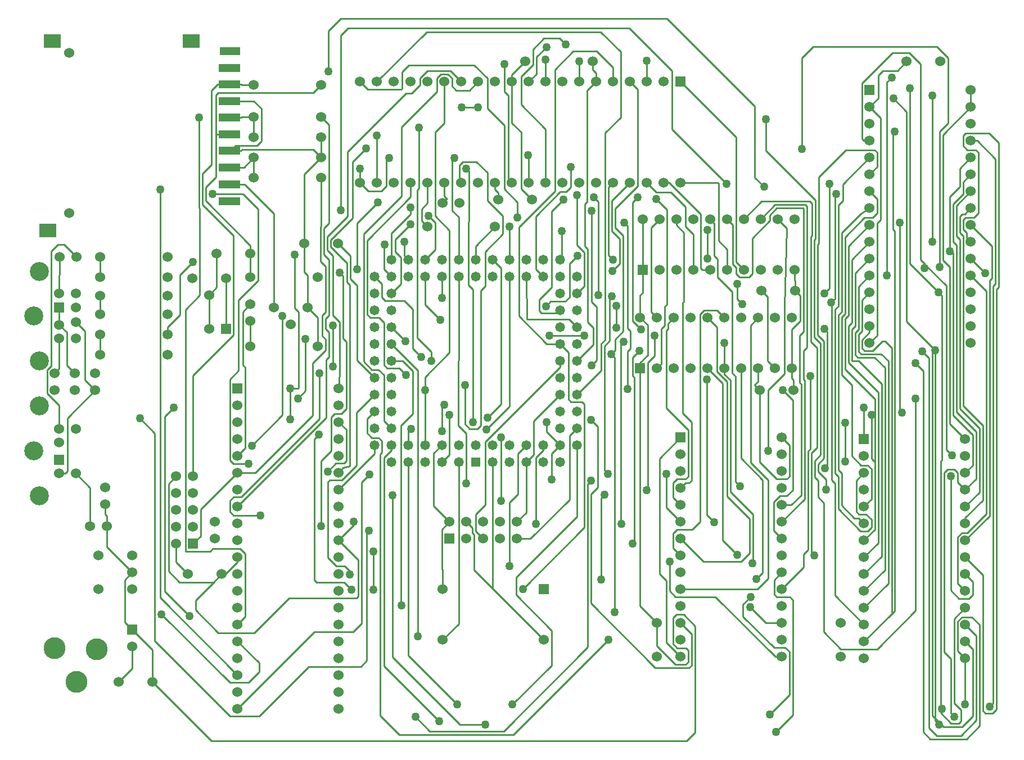
<source format=gtl>
%FSLAX25Y25*%
%MOIN*%
G70*
G01*
G75*
G04 Layer_Physical_Order=1*
G04 Layer_Color=255*
%ADD10R,0.13000X0.05000*%
%ADD11R,0.12000X0.05000*%
%ADD12R,0.10000X0.08000*%
%ADD13C,0.01000*%
%ADD14R,0.06000X0.06000*%
%ADD15C,0.06000*%
%ADD16R,0.05800X0.05800*%
%ADD17C,0.05800*%
%ADD18R,0.06000X0.06000*%
%ADD19C,0.11200*%
%ADD20C,0.13000*%
%ADD21C,0.05000*%
D10*
X135500Y335250D02*
D03*
Y354950D02*
D03*
Y364850D02*
D03*
Y374650D02*
D03*
Y345150D02*
D03*
Y384550D02*
D03*
Y394350D02*
D03*
Y404250D02*
D03*
Y325250D02*
D03*
D11*
X136000Y414050D02*
D03*
D12*
X113000Y420250D02*
D03*
X30500D02*
D03*
X28000Y307750D02*
D03*
D13*
X171500Y214200D02*
X176200D01*
X176500Y214500D01*
X353000Y396000D02*
Y401000D01*
X351000Y403000D02*
X353000Y401000D01*
X351000Y403000D02*
Y408000D01*
X295000Y326000D02*
Y330000D01*
X293000Y332000D02*
X295000Y330000D01*
X293000Y332000D02*
Y336000D01*
X123500Y249500D02*
Y269500D01*
X190000Y351000D02*
Y363000D01*
X471000Y272000D02*
Y277900D01*
X470429Y278471D02*
X471000Y277900D01*
X470429Y278471D02*
Y284500D01*
X470000Y213000D02*
Y219000D01*
X469000Y220000D02*
X470000Y219000D01*
X469000Y220000D02*
Y226000D01*
X135500Y394350D02*
X142500D01*
X142850Y394000D01*
X150000D01*
X148000Y280000D02*
Y294000D01*
X133500Y249500D02*
Y279500D01*
X148000Y239000D02*
Y254000D01*
X34600Y251900D02*
Y262100D01*
Y270400D02*
Y281000D01*
X35000Y281400D01*
Y292000D01*
X59000Y280000D02*
Y292000D01*
Y258000D02*
Y269000D01*
Y234000D02*
Y246000D01*
X150000Y363000D02*
Y375000D01*
X135500Y374650D02*
X142500D01*
X142850Y375000D01*
X150000D01*
Y339000D02*
Y351000D01*
X379000Y256000D02*
Y269500D01*
X380429Y270929D01*
Y284500D01*
Y314500D01*
X575000Y381000D02*
Y391000D01*
X63000Y132500D02*
Y138500D01*
X62000Y139500D02*
X63000Y138500D01*
X62000Y139500D02*
Y145500D01*
X135500Y384550D02*
X150000D01*
X154500Y380050D01*
Y360700D02*
Y380050D01*
X152000Y358200D02*
X154500Y360700D01*
X139050Y358200D02*
X152000D01*
X135500Y354950D02*
X135800D01*
X262000Y324000D02*
X264500Y326500D01*
X263000Y328000D02*
X264500Y326500D01*
X263000Y328000D02*
Y336000D01*
X143500Y259500D02*
X148000Y264000D01*
X143500Y227900D02*
Y259500D01*
Y227900D02*
X144800Y226600D01*
Y178748D02*
Y226600D01*
X140300Y174248D02*
X144800Y178748D01*
X262000Y65000D02*
X271500Y74500D01*
Y170500D01*
X261500Y130500D02*
X266000Y135000D01*
X261500Y107000D02*
Y130500D01*
Y107000D02*
X262000Y106500D01*
Y95000D02*
Y106500D01*
X44400Y163800D02*
X53000Y155200D01*
Y132500D02*
Y155200D01*
X50000Y219000D02*
X56000Y213000D01*
X50000Y219000D02*
Y248000D01*
X44500Y253500D02*
X50000Y248000D01*
X182000Y262000D02*
Y281000D01*
X180000Y283000D02*
X182000Y281000D01*
X180000Y283000D02*
Y300000D01*
X39100Y227900D02*
X44000Y223000D01*
X39100Y227900D02*
Y247400D01*
X34600Y251900D02*
X39100Y247400D01*
X135500Y335250D02*
X144600D01*
X162000Y317850D01*
Y262000D02*
Y317850D01*
X39500Y196500D02*
X56000Y213000D01*
X39500Y165000D02*
Y196500D01*
X38300Y163800D02*
X39500Y165000D01*
X34600Y163800D02*
X38300D01*
X403000Y336000D02*
X425000D01*
X425400Y335600D01*
Y301600D02*
Y335600D01*
Y301600D02*
X430429Y296571D01*
Y284500D02*
Y296571D01*
X63000Y120000D02*
X78000Y105000D01*
X63000Y120000D02*
Y132500D01*
X118500Y142448D02*
X140300Y164248D01*
X118500Y126500D02*
Y142448D01*
X114000Y122000D02*
X118500Y126500D01*
X256700Y144300D02*
X266000Y135000D01*
X256700Y144300D02*
Y175700D01*
X261500Y180500D01*
X515000Y247400D02*
Y251000D01*
X510500Y242900D02*
X515000Y247400D01*
X510500Y238000D02*
Y242900D01*
Y238000D02*
X512000Y236500D01*
X516864D01*
X522464Y242100D01*
X524100D01*
X528200Y238000D01*
X511700Y64016D02*
X528200Y80516D01*
X126200Y99200D02*
X131000Y104000D01*
X99500Y105700D02*
X106000Y99200D01*
X99500Y105700D02*
Y157500D01*
X104000Y162000D01*
X567200Y58516D02*
X571700Y54016D01*
X567200Y58516D02*
Y76000D01*
X569716Y78516D01*
X575684D01*
X580200Y74000D01*
Y14000D02*
Y74000D01*
X572452Y6252D02*
X580200Y14000D01*
X550829Y6252D02*
X572452D01*
X546800Y10281D02*
X550829Y6252D01*
X546800Y10281D02*
Y224500D01*
X542200Y229100D02*
X546800Y224500D01*
X276000Y135000D02*
X279500Y131500D01*
Y128500D02*
Y131500D01*
Y128500D02*
X280500Y127500D01*
Y106500D02*
Y127500D01*
X360300Y293000D02*
X363000Y290300D01*
X360300Y293000D02*
Y333300D01*
X363000Y336000D01*
X37600Y299400D02*
X45000Y292000D01*
X34000Y299400D02*
X37600D01*
X29900Y295300D02*
X34000Y299400D01*
X29900Y227559D02*
Y295300D01*
X27500Y225159D02*
X29900Y227559D01*
X27500Y211136D02*
Y225159D01*
Y211136D02*
X34600Y204036D01*
Y190200D02*
Y204036D01*
X249500Y313500D02*
X253000Y310000D01*
X249500Y313500D02*
Y320500D01*
X253000Y324000D01*
Y336000D01*
X362500Y283700D02*
X367000Y288200D01*
Y302800D01*
X362300Y307500D02*
X367000Y302800D01*
X362300Y307500D02*
Y325300D01*
X373000Y336000D01*
X435873Y289056D02*
X440429Y284500D01*
X435873Y289056D02*
Y363127D01*
X403000Y396000D02*
X435873Y363127D01*
X279800Y194200D02*
Y272800D01*
X277100Y275500D02*
X279800Y272800D01*
X277100Y275500D02*
Y312700D01*
X277500Y313100D01*
Y343000D01*
X276000Y344500D02*
X277500Y343000D01*
X213000Y336000D02*
Y344500D01*
X200300Y154248D02*
X221500Y175448D01*
Y180500D01*
X475000Y356200D02*
Y410000D01*
X481700Y416700D01*
X554800D01*
X561500Y410000D01*
Y371400D02*
Y410000D01*
X556500Y366400D02*
X561500Y371400D01*
X556500Y286000D02*
Y366400D01*
X572500Y303500D02*
X575000Y301000D01*
X572500Y303500D02*
Y306500D01*
X570500Y308500D02*
X572500Y306500D01*
X570500Y308500D02*
Y314000D01*
X572000Y315500D01*
X577000D01*
X579500Y318000D01*
Y354000D01*
X578000Y355500D02*
X579500Y354000D01*
X573000Y355500D02*
X578000D01*
X570500Y358000D02*
X573000Y355500D01*
X570500Y358000D02*
Y364000D01*
X572000Y365500D01*
X586000D01*
X591600Y359900D01*
Y274147D02*
Y359900D01*
X590200Y272747D02*
X591600Y274147D01*
X590200Y23700D02*
Y272747D01*
X588000Y21500D02*
X590200Y23700D01*
X583700Y21500D02*
X588000D01*
X582200Y23000D02*
X583700Y21500D01*
X582200Y23000D02*
Y103516D01*
X571700Y114016D02*
X582200Y103516D01*
X571700Y134016D02*
Y137300D01*
X582200Y147800D01*
Y192027D01*
X570500Y203727D02*
X582200Y192027D01*
X570500Y203727D02*
Y304500D01*
X568500Y306500D02*
X570500Y304500D01*
X568500Y306500D02*
Y316000D01*
X570000Y317500D01*
X571500D01*
X575000Y321000D01*
X571700Y144016D02*
X580200Y152516D01*
Y190316D01*
X568500Y202016D02*
X580200Y190316D01*
X568500Y202016D02*
Y302500D01*
X566500Y304500D02*
X568500Y302500D01*
X566500Y304500D02*
Y322500D01*
X575000Y331000D01*
X303000Y396000D02*
Y400000D01*
X311000Y408000D01*
X308500Y332500D02*
X315000Y326000D01*
X308500Y332500D02*
Y366000D01*
X303000Y371500D02*
X308500Y366000D01*
X303000Y371500D02*
Y396000D01*
X515000Y381000D02*
X521500Y374500D01*
Y314000D02*
Y374500D01*
X519500Y312000D02*
X521500Y314000D01*
X519500Y245500D02*
Y312000D01*
X515000Y241000D02*
X519500Y245500D01*
X471000Y272000D02*
X473900Y269100D01*
Y254000D02*
Y269100D01*
X469000Y249100D02*
X473900Y254000D01*
X469000Y226000D02*
Y249100D01*
X209300Y133248D02*
Y135000D01*
X200300Y124248D02*
X209300Y133248D01*
X379000Y85000D02*
Y226000D01*
Y85000D02*
X389000Y75000D01*
X200300Y124248D02*
X211964Y112584D01*
Y90800D02*
Y112584D01*
X210913Y89748D02*
X211964Y90800D01*
X170848Y89748D02*
X210913D01*
X150300Y69200D02*
X170848Y89748D01*
X128900Y69200D02*
X150300D01*
X115400Y82700D02*
X128900Y69200D01*
X115400Y82700D02*
Y88400D01*
X291500Y95500D02*
X322000Y65000D01*
X331500Y290500D02*
X332600Y291600D01*
Y307500D01*
X106300Y281400D02*
X114000Y289100D01*
X106300Y257800D02*
Y281400D01*
X99000Y250500D02*
X106300Y257800D01*
X99000Y246000D02*
Y250500D01*
X210800Y199800D02*
X221500Y210500D01*
X210800Y168384D02*
Y199800D01*
X202116Y159700D02*
X210800Y168384D01*
X195000Y159700D02*
X202116D01*
X193800Y158500D02*
X195000Y159700D01*
X193800Y113800D02*
Y158500D01*
Y113800D02*
X198852Y108748D01*
X203752D01*
X206800Y105700D01*
Y103700D02*
Y105700D01*
X281500Y298500D02*
X293000Y310000D01*
X281500Y290500D02*
Y298500D01*
X450000Y170500D02*
Y213000D01*
Y170500D02*
X460000Y160500D01*
X466000D01*
X467400Y161900D01*
Y180516D01*
X462900Y185016D02*
X467400Y180516D01*
X446850Y216150D02*
X450000Y213000D01*
X446850Y216150D02*
X449000Y218300D01*
Y226000D01*
X303926Y8895D02*
X360047Y65016D01*
X236205Y8895D02*
X303926D01*
X224900Y20200D02*
X236205Y8895D01*
X224900Y20200D02*
Y175100D01*
X225900Y176100D01*
Y183000D01*
X224000Y184900D02*
X225900Y183000D01*
X220000Y184900D02*
X224000D01*
X217100Y187800D02*
X220000Y184900D01*
X217100Y187800D02*
Y196100D01*
X221500Y200500D01*
X231500Y177400D02*
Y180500D01*
X227100Y173000D02*
X231500Y177400D01*
X227100Y49500D02*
Y173000D01*
Y49500D02*
X259900Y16700D01*
X554000Y17000D02*
X556300Y14700D01*
X571700Y26700D02*
Y54016D01*
X241500Y55800D02*
X270600Y26700D01*
X241500Y55800D02*
Y170500D01*
X393000Y336000D02*
X396329D01*
X415000Y317329D01*
Y285500D02*
Y317329D01*
Y285500D02*
X416000Y284500D01*
X420429D01*
X383000Y336000D02*
X388500Y330500D01*
X397329D01*
X405900Y321929D01*
Y310000D02*
Y321929D01*
Y310000D02*
X410429Y305471D01*
Y284500D02*
Y305471D01*
X239100Y292900D02*
X241500Y290500D01*
X239100Y292900D02*
Y301200D01*
X301500Y290500D02*
Y310000D01*
X531510Y402510D02*
X537000Y408000D01*
X522789Y402510D02*
X531510D01*
X520063Y399784D02*
X522789Y402510D01*
X520063Y386063D02*
Y399784D01*
X515000Y381000D02*
X520063Y386063D01*
X323000Y396000D02*
Y409200D01*
X379000Y256000D02*
X383400Y251600D01*
Y233900D02*
Y251600D01*
X379000Y229500D02*
X383400Y233900D01*
X379000Y226000D02*
Y229500D01*
X213000Y396000D02*
X217500Y391500D01*
X237500D01*
X238000Y392000D01*
Y401800D01*
X242000Y405800D01*
X280700D01*
X288500Y398000D01*
Y380000D02*
Y398000D01*
Y380000D02*
X298500Y370000D01*
Y332300D02*
Y370000D01*
Y332300D02*
X306300Y324500D01*
Y315500D02*
Y324500D01*
X369400Y312400D02*
X371400Y310400D01*
Y249677D02*
Y310400D01*
Y249677D02*
X373100Y247977D01*
Y237700D02*
Y247977D01*
X371400Y236000D02*
X373100Y237700D01*
X371400Y213600D02*
Y236000D01*
X528960Y365560D02*
X529900Y366500D01*
X528960Y308408D02*
Y365560D01*
Y308408D02*
X529900Y307468D01*
Y82216D02*
Y307468D01*
X420429Y314500D02*
X423000Y311929D01*
Y292700D02*
Y311929D01*
Y292700D02*
X425000Y290700D01*
Y280000D02*
Y290700D01*
Y280000D02*
X433500Y271500D01*
Y223248D02*
Y271500D01*
Y223248D02*
X435400Y221348D01*
Y158700D02*
Y221348D01*
Y158700D02*
X438100Y156000D01*
X402900Y155016D02*
X406029Y158145D01*
X408000D01*
X409400Y159545D01*
Y194000D01*
X404100Y199300D02*
X409400Y194000D01*
X404100Y199300D02*
Y264800D01*
X405000Y265700D01*
Y306400D01*
X400429Y310971D02*
X405000Y306400D01*
X400429Y310971D02*
Y314500D01*
X361800Y234500D02*
X363800Y232500D01*
Y81500D02*
Y232500D01*
X373000Y396000D02*
X377500Y391500D01*
Y334000D02*
Y391500D01*
X364300Y320800D02*
X377500Y334000D01*
X364300Y309500D02*
Y320800D01*
Y309500D02*
X369000Y304800D01*
Y248000D02*
Y304800D01*
X364177Y243177D02*
X369000Y248000D01*
X364177Y236877D02*
Y243177D01*
X361800Y234500D02*
X364177Y236877D01*
X341500Y230500D02*
X351239Y240239D01*
Y250161D01*
X347900Y253500D02*
X351239Y250161D01*
X347900Y253500D02*
Y296927D01*
X346300Y298527D02*
X347900Y296927D01*
X346300Y298527D02*
Y323300D01*
X347600Y324600D01*
Y390600D01*
X353000Y396000D01*
X200800Y282600D02*
X202800Y280600D01*
Y243700D02*
Y280600D01*
Y243700D02*
X204800Y241700D01*
Y202000D02*
Y241700D01*
X202000Y199200D02*
X204800Y202000D01*
X198000Y199200D02*
X202000D01*
X195800Y197000D02*
X198000Y199200D01*
X195800Y177000D02*
Y197000D01*
X189800Y171000D02*
X195800Y177000D01*
X189800Y132500D02*
Y171000D01*
X419000Y291000D02*
Y308000D01*
X436600Y267100D02*
Y276000D01*
Y267100D02*
X439600Y264100D01*
X488200Y249500D02*
X489900Y247800D01*
Y168300D02*
Y247800D01*
X488400Y166800D02*
X489900Y168300D01*
X510500Y266500D02*
X515000Y271000D01*
X510500Y248000D02*
Y266500D01*
X508500Y246000D02*
X510500Y248000D01*
X508500Y236000D02*
Y246000D01*
Y236000D02*
X510000Y234500D01*
X522000D01*
X526200Y230300D01*
Y98516D02*
Y230300D01*
X511700Y84016D02*
X526200Y98516D01*
X508500Y274500D02*
X515000Y281000D01*
X508500Y249000D02*
Y274500D01*
X506500Y247000D02*
X508500Y249000D01*
X506500Y234000D02*
Y247000D01*
Y234000D02*
X508000Y232500D01*
X518000D01*
X524200Y226300D01*
Y106516D02*
Y226300D01*
X511700Y94016D02*
X524200Y106516D01*
X506500Y282500D02*
X515000Y291000D01*
X506500Y251000D02*
Y282500D01*
X504500Y249000D02*
X506500Y251000D01*
X504500Y230500D02*
Y249000D01*
Y230500D02*
X504686Y230314D01*
X508686D01*
X522200Y216800D01*
Y114516D02*
Y216800D01*
X511700Y104016D02*
X522200Y114516D01*
X140300Y74248D02*
X144800Y78748D01*
Y116200D01*
X142000Y119000D02*
X144800Y116200D01*
X125700Y119000D02*
X142000D01*
X124200Y117500D02*
X125700Y119000D01*
X109500Y117500D02*
X124200D01*
X109500D02*
Y260800D01*
X118000Y269300D01*
Y320750D01*
X117500Y321250D02*
X118000Y320750D01*
X117500Y321250D02*
Y374900D01*
X499141Y335141D02*
X515000Y351000D01*
X499141Y325374D02*
Y335141D01*
X496416Y322650D02*
X499141Y325374D01*
X496416Y262916D02*
Y322650D01*
X494500Y261000D02*
X496416Y262916D01*
X494500Y163685D02*
Y261000D01*
Y163685D02*
X496500Y161685D01*
Y142600D02*
Y161685D01*
Y142600D02*
X509584Y129516D01*
X514000D01*
X516200Y131716D01*
Y136316D01*
X513000Y139516D02*
X516200Y136316D01*
X508684Y139516D02*
X513000D01*
X507200Y141000D02*
X508684Y139516D01*
X507200Y141000D02*
Y159516D01*
X511700Y164016D01*
X233983Y302483D02*
X243000Y311500D01*
X233983Y294973D02*
Y302483D01*
Y294973D02*
X237100Y291856D01*
Y276100D02*
Y291856D01*
X231500Y270500D02*
X237100Y276100D01*
X306500Y175500D02*
X311500Y180500D01*
X306500Y151500D02*
Y175500D01*
X301500Y146500D02*
X306500Y151500D01*
X301500Y108800D02*
Y146500D01*
X458153Y129763D02*
X462900Y125016D01*
X458153Y129763D02*
Y146669D01*
X462000Y150516D01*
X466000D01*
X469400Y153916D01*
Y207100D01*
X463500Y213000D02*
X469400Y207100D01*
X244100Y237700D02*
X249100Y232700D01*
X244100Y237700D02*
Y261200D01*
X239200Y266100D02*
X244100Y261200D01*
X228000Y266100D02*
X239200D01*
X225900Y268200D02*
X228000Y266100D01*
X225900Y268200D02*
Y276100D01*
X221500Y280500D02*
X225900Y276100D01*
X462900Y95016D02*
X475919Y108035D01*
Y115840D01*
X478400Y118321D01*
Y176800D01*
X479900Y178300D01*
Y221500D01*
X200000Y300000D02*
X207100Y292900D01*
Y279158D02*
Y292900D01*
Y279158D02*
X211100Y275158D01*
Y230900D02*
Y275158D01*
Y230900D02*
X221500Y220500D01*
X500500Y170900D02*
Y193800D01*
X533000Y200900D02*
X534200Y199700D01*
X533000Y200900D02*
Y312400D01*
X462900Y145016D02*
X468501D01*
X474400Y150914D01*
Y180800D01*
X474500Y180900D01*
Y216600D01*
X473600Y217500D02*
X474500Y216600D01*
X473600Y217500D02*
Y245400D01*
X475900Y247700D01*
Y320661D01*
X475561Y321000D02*
X475900Y320661D01*
X460000Y321000D02*
X475561D01*
X455929Y316929D02*
X460000Y321000D01*
X455929Y313629D02*
Y316929D01*
X445500Y303200D02*
X455929Y313629D01*
X445500Y282000D02*
Y303200D01*
X443500Y280000D02*
X445500Y282000D01*
X437900Y280000D02*
X443500D01*
X435900Y282000D02*
X437900Y280000D01*
X435900Y282000D02*
Y285700D01*
X433800Y287800D02*
X435900Y285700D01*
X433800Y287800D02*
Y311129D01*
X430429Y314500D02*
X433800Y311129D01*
X395500Y252500D02*
X399000Y256000D01*
X395500Y249500D02*
Y252500D01*
X394500Y248500D02*
X395500Y249500D01*
X394500Y202416D02*
Y248500D01*
Y202416D02*
X407400Y189516D01*
Y161916D02*
Y189516D01*
X406000Y160516D02*
X407400Y161916D01*
X400916Y160516D02*
X406000D01*
X398400Y158000D02*
X400916Y160516D01*
X398400Y149516D02*
Y158000D01*
Y149516D02*
X402900Y145016D01*
X398400Y119516D02*
X402900Y115016D01*
X398400Y119516D02*
Y128000D01*
X400900Y130500D01*
X410000D01*
X414500Y135000D01*
Y258000D01*
X417000Y260500D01*
X424500D01*
X429000Y256000D01*
X488200Y270500D02*
X491100Y273400D01*
Y335500D01*
X398000Y367700D02*
X430200Y335500D01*
X398000Y367700D02*
Y402400D01*
X372500Y427900D02*
X398000Y402400D01*
X206000Y427900D02*
X372500D01*
X201500Y423400D02*
X206000Y427900D01*
X201500Y319900D02*
Y423400D01*
X211100Y312000D02*
X223600Y324500D01*
X211100Y284900D02*
Y312000D01*
X303300Y26700D02*
X326500Y49900D01*
Y70500D01*
X305400Y91600D02*
X326500Y70500D01*
X305400Y91600D02*
Y102000D01*
X341500Y138100D01*
Y180500D01*
X317100Y284900D02*
X321500Y280500D01*
X317100Y284900D02*
Y316228D01*
X331500Y330628D01*
X335128D01*
X338000Y333500D01*
Y345500D01*
X228500Y349100D02*
X230300Y350900D01*
X228500Y334000D02*
Y349100D01*
X225468Y330968D02*
X228500Y334000D01*
X218032Y330968D02*
X225468D01*
X213000Y336000D02*
X218032Y330968D01*
X306000Y135000D02*
X311500Y140500D01*
Y170500D01*
X557100Y21650D02*
X563250Y15500D01*
X568000D01*
X569200Y16700D01*
Y23500D01*
X565200Y27500D02*
X569200Y23500D01*
X565200Y27500D02*
Y77516D01*
X571700Y84016D01*
Y64016D02*
X576200Y59516D01*
Y19700D02*
Y59516D01*
X570000Y13500D02*
X576200Y19700D01*
X558900Y13500D02*
X570000D01*
X552200Y20200D02*
Y235100D01*
X554000Y236900D01*
X537000Y253900D02*
X554000Y236900D01*
X537000Y253900D02*
Y378200D01*
X529200Y386000D02*
X537000Y378200D01*
X343000Y396000D02*
Y408200D01*
X193800Y164800D02*
X198700Y169700D01*
X203500D01*
X204800Y171000D01*
Y189748D01*
X200300Y194248D02*
X204800Y189748D01*
X251500Y220900D02*
X265900Y235300D01*
Y307929D01*
X257500Y316329D02*
X265900Y307929D01*
X257500Y316329D02*
Y366000D01*
X263000Y371500D01*
Y396000D01*
X326500Y319000D02*
X333500Y326000D01*
X326500Y274000D02*
Y319000D01*
X319100Y266600D02*
X326500Y274000D01*
X319100Y260000D02*
Y266600D01*
Y260000D02*
X320400Y258700D01*
X329100D01*
X331200Y260800D02*
X331500Y260500D01*
X347900Y157500D02*
X349900Y159500D01*
X347900Y60700D02*
Y157500D01*
X298100Y10900D02*
X347900Y60700D01*
X254300Y10900D02*
X298100D01*
X245800Y19400D02*
X254300Y10900D01*
X309400Y95100D02*
X345900Y131600D01*
Y204900D01*
X344700Y206100D02*
X345900Y204900D01*
X338000Y206100D02*
X344700D01*
X336500Y207600D02*
X338000Y206100D01*
X336500Y207600D02*
Y235500D01*
X331500Y240500D02*
X336500Y235500D01*
X389000Y226000D02*
X391500Y228500D01*
Y249500D01*
X393500Y251500D01*
Y262500D01*
X395000Y264000D01*
Y320000D01*
X388500Y326500D02*
X395000Y320000D01*
X350300Y227800D02*
X353239Y230739D01*
Y262461D01*
X350300Y265400D02*
X353239Y262461D01*
X350300Y265400D02*
Y319300D01*
X323000Y336000D02*
Y367900D01*
X308500Y382400D02*
X323000Y367900D01*
X308500Y382400D02*
Y399000D01*
X315500Y406000D01*
Y415100D01*
X322000Y421600D01*
X331300D01*
X334900Y418000D01*
X552200Y301000D02*
Y387900D01*
X419000Y226000D02*
X427950Y217050D01*
Y123950D02*
Y217050D01*
Y123950D02*
X436400Y115500D01*
X445700Y110300D02*
X445833Y110433D01*
Y139367D01*
X432500Y152700D02*
X445833Y139367D01*
X432500Y152700D02*
Y219000D01*
X429000Y222500D02*
X432500Y219000D01*
X429000Y222500D02*
Y226000D01*
X323700Y188300D02*
X331500Y180500D01*
X323700Y188300D02*
Y194000D01*
X261400Y202800D02*
X262900Y204300D01*
X261400Y188900D02*
Y202800D01*
X241500Y188500D02*
X243100Y190100D01*
X241500Y180500D02*
Y188500D01*
X315900Y194900D02*
X331500Y210500D01*
X315900Y174900D02*
Y194900D01*
X311500Y170500D02*
X315900Y174900D01*
X389000Y61400D02*
Y75000D01*
Y61400D02*
X399884Y50516D01*
X406000D01*
X407400Y51916D01*
Y58700D01*
X406100Y60000D02*
X407400Y58700D01*
X401000Y60000D02*
X406100D01*
X398400Y62600D02*
X401000Y60000D01*
X398400Y62600D02*
Y78000D01*
X400400Y80000D01*
X404800D01*
X411600Y73200D01*
Y10000D02*
Y73200D01*
X406600Y5000D02*
X411600Y10000D01*
X125000Y5000D02*
X406600D01*
X90000Y40000D02*
X125000Y5000D01*
X190000Y310300D02*
Y339000D01*
X189500Y309800D02*
X190000Y310300D01*
X189500Y289500D02*
Y309800D01*
Y289500D02*
X192500Y286500D01*
Y259378D02*
Y286500D01*
X190400Y257278D02*
X192500Y259378D01*
X190400Y245278D02*
Y257278D01*
Y245278D02*
X192500Y243178D01*
Y236700D02*
Y243178D01*
X184800Y229000D02*
X192500Y236700D01*
X184800Y198233D02*
Y229000D01*
X150815Y164248D02*
X184800Y198233D01*
X140300Y164248D02*
X150815D01*
X447900Y101000D02*
X451700Y104800D01*
Y159900D01*
X439000Y172600D02*
X451700Y159900D01*
X439000Y172600D02*
Y226000D01*
X455800Y20900D02*
X467400Y32500D01*
Y58000D01*
X465000Y60400D02*
X467400Y58000D01*
X458400Y60400D02*
X465000D01*
X440000Y78800D02*
X458400Y60400D01*
X440000Y78800D02*
Y86000D01*
X444500Y90500D01*
X355900Y149200D02*
X357900Y151200D01*
X355900Y100900D02*
Y149200D01*
X220900Y94800D02*
Y117500D01*
X203500Y99200D02*
X207900Y94800D01*
X187100Y99200D02*
X203500D01*
X185800Y100500D02*
X187100Y99200D01*
X185800Y100500D02*
Y184000D01*
X188600Y186800D01*
X171500Y195700D02*
Y214200D01*
X148000Y294000D02*
Y298800D01*
X121500Y325300D02*
X148000Y298800D01*
X121500Y325300D02*
Y333300D01*
X127500Y339300D02*
Y364850D01*
X140300Y64248D02*
X153200Y51348D01*
Y46000D02*
Y51348D01*
X146900Y39700D02*
X153200Y46000D01*
X135800Y39700D02*
X146900D01*
X95300Y80200D02*
X135800Y39700D01*
X300800Y338200D02*
X303000Y336000D01*
X300800Y338200D02*
Y387800D01*
X298500Y390100D02*
X300800Y387800D01*
X298500Y390100D02*
Y406500D01*
X525200Y395600D02*
X528100Y398500D01*
X525200Y281000D02*
Y395600D01*
X429000Y226000D02*
Y241000D01*
X374500Y254000D02*
X379400Y249100D01*
X374500Y254000D02*
Y324300D01*
X377500Y327300D01*
X312500Y352500D02*
X313000Y352000D01*
Y336000D02*
Y352000D01*
X504500Y290500D02*
X515000Y301000D01*
X504500Y253000D02*
Y290500D01*
X502500Y251000D02*
X504500Y253000D01*
X502500Y229506D02*
Y251000D01*
Y229506D02*
X520200Y211806D01*
Y122516D02*
Y211806D01*
X511700Y114016D02*
X520200Y122516D01*
X516200Y172516D02*
Y198500D01*
X518200Y130516D02*
Y170516D01*
X502416Y298416D02*
X515000Y311000D01*
X502416Y257416D02*
Y298416D01*
X500500Y255500D02*
X502416Y257416D01*
X500500Y225592D02*
Y255500D01*
Y225592D02*
X518200Y207892D01*
X511700Y124016D02*
X518200Y130516D01*
X418500Y139200D02*
X423000Y134700D01*
X418500Y139200D02*
Y219500D01*
X510000Y317871D02*
X515000Y321000D01*
X498416Y306287D02*
X510000Y317871D01*
X498416Y259516D02*
Y306287D01*
X496500Y257600D02*
X498416Y259516D01*
X496500Y165685D02*
Y257600D01*
Y165685D02*
X498500Y163685D01*
Y144645D02*
Y163685D01*
Y144645D02*
X506000Y137145D01*
X508571D01*
X511700Y134016D01*
X515000Y331000D02*
X519500Y326500D01*
Y318000D02*
Y326500D01*
X517000Y315500D02*
X519500Y318000D01*
X512000Y315500D02*
X517000D01*
X500416Y303916D02*
X512000Y315500D01*
X500416Y258452D02*
Y303916D01*
X498500Y256536D02*
X500416Y258452D01*
X498500Y222000D02*
Y256536D01*
Y222000D02*
X504500Y216000D01*
Y174016D02*
Y216000D01*
Y174016D02*
X510000Y168516D01*
X514000D01*
X516200Y166316D01*
Y148516D02*
Y166316D01*
X511700Y144016D02*
X516200Y148516D01*
X489184Y154016D02*
Y160011D01*
X484400Y164795D02*
X489184Y160011D01*
X484400Y164795D02*
Y169200D01*
X487900Y172700D01*
Y242068D01*
X484200Y245768D02*
X487900Y242068D01*
X484200Y245768D02*
Y299271D01*
X484929Y300000D01*
Y339429D01*
X501000Y355500D01*
X518000D01*
X519500Y354000D01*
Y345500D02*
Y354000D01*
X515000Y341000D02*
X519500Y345500D01*
X563200Y21500D02*
X565200Y19500D01*
X563200Y21500D02*
Y53800D01*
X559100Y57900D02*
X563200Y53800D01*
X559100Y57900D02*
Y164000D01*
X561200Y166100D01*
X565100D01*
X567200Y164000D01*
Y158516D02*
Y164000D01*
Y158516D02*
X571700Y154016D01*
X578200Y160516D01*
Y188316D01*
X566500Y200016D02*
X578200Y188316D01*
X566500Y200016D02*
Y299000D01*
X564500Y301000D02*
X566500Y299000D01*
X564500Y301000D02*
Y323433D01*
X570500Y329433D01*
Y336500D01*
X575000Y341000D01*
X545100Y290400D02*
X547400Y288100D01*
X545100Y290400D02*
Y406500D01*
X528600Y413200D02*
X538400D01*
X511500Y361000D02*
X515000D01*
X560500Y177800D02*
X564000Y174300D01*
X560500Y177800D02*
Y275000D01*
X538400Y413200D02*
X545100Y406500D01*
X510500Y395100D02*
X528600Y413200D01*
X510500Y362000D02*
Y395100D01*
Y362000D02*
X511500Y361000D01*
X562500Y327800D02*
X568500Y333800D01*
Y344500D01*
X575000Y351000D01*
X571700Y164016D02*
X576200Y168516D01*
Y186316D01*
X564500Y198016D02*
X576200Y186316D01*
X564500Y198016D02*
Y294500D01*
X563500D02*
X564500D01*
X562500Y295500D02*
X563500Y294500D01*
X562500Y295500D02*
Y327800D01*
X383000Y396000D02*
Y408500D01*
X511700Y184016D02*
Y202665D01*
X323600Y240500D02*
X331500D01*
X307100Y257000D02*
X323600Y240500D01*
X307100Y257000D02*
Y309800D01*
X328500Y331200D01*
Y403200D01*
X339300Y414000D01*
X353300D01*
X363000Y404300D01*
Y396000D02*
Y404300D01*
X140300Y24248D02*
X185752Y69700D01*
X209000D01*
X213964Y74664D01*
Y158488D01*
X218577Y163100D01*
X261500Y170500D02*
X265900Y174900D01*
Y198342D01*
X200300Y214248D02*
X200800Y223003D01*
Y253278D01*
X196800Y257278D02*
X200800Y253278D01*
X196800Y257278D02*
Y292700D01*
X193500Y296000D02*
X196800Y292700D01*
X193500Y296000D02*
Y304000D01*
X205500Y316000D01*
Y354400D01*
X240300Y389200D01*
X243700D01*
X248500Y394000D01*
Y398000D01*
X253000Y402500D01*
X266500D01*
X273000Y396000D01*
X251500Y180500D02*
Y213100D01*
X194300Y402100D02*
Y426000D01*
X201700Y433400D01*
X395000D01*
X447000Y381400D01*
Y339100D02*
Y381400D01*
Y339100D02*
X452400Y333700D01*
X494400Y328700D02*
X495100Y329400D01*
X494400Y267200D02*
Y328700D01*
X492200Y265000D02*
X494400Y267200D01*
Y91316D02*
X511700Y74016D01*
X494400Y91316D02*
Y157785D01*
X492500Y159685D02*
X494400Y157785D01*
X492500Y159685D02*
Y264700D01*
X453500Y355061D02*
Y373700D01*
Y355061D02*
X482929Y325631D01*
Y302676D02*
Y325631D01*
X482200Y301947D02*
X482929Y302676D01*
X482200Y244568D02*
Y301947D01*
Y244568D02*
X485900Y240868D01*
Y174700D02*
Y240868D01*
X482400Y171200D02*
X485900Y174700D01*
X482400Y161400D02*
Y171200D01*
Y161400D02*
X484395Y159405D01*
Y149705D02*
Y159405D01*
Y149705D02*
X487900Y146200D01*
Y69600D02*
Y146200D01*
Y69600D02*
X498000Y59500D01*
X519400D01*
X542200Y82300D01*
Y208200D01*
X200300Y164248D02*
X203009Y166958D01*
X206800Y168000D01*
Y275458D01*
X205100Y277158D02*
X206800Y275458D01*
X205100Y277158D02*
Y288400D01*
X195500Y298000D02*
X205100Y288400D01*
X195500Y298000D02*
Y302000D01*
X208500Y315000D01*
Y348269D01*
X216531Y356300D01*
X546200Y236200D02*
X550200Y232200D01*
Y12848D02*
Y232200D01*
Y12848D02*
X554795Y8252D01*
X569163D01*
X578200Y17289D01*
Y67516D01*
X571700Y74016D02*
X578200Y67516D01*
X232300Y54700D02*
Y150900D01*
Y54700D02*
X272100Y14900D01*
X287200D01*
X558000Y171700D02*
Y269000D01*
X556000Y271000D02*
X558000Y269000D01*
X539000Y288000D02*
X556000Y271000D01*
X539000Y288000D02*
Y392000D01*
X317500Y410600D02*
X323400Y416500D01*
X317500Y400500D02*
Y410600D01*
X313000Y396000D02*
X317500Y400500D01*
X137900Y169300D02*
X146800D01*
X135800Y171400D02*
X137900Y169300D01*
X135800Y171400D02*
Y219400D01*
X141000Y224600D01*
Y266500D01*
X152500Y278000D01*
Y320300D01*
X143500Y329300D02*
X152500Y320300D01*
X125500Y329300D02*
X143500D01*
X273300Y380600D02*
X283000D01*
X277900Y390900D02*
X283000Y396000D01*
X270000Y390900D02*
X277900D01*
X267500Y393400D02*
X270000Y390900D01*
X267500Y393400D02*
Y398000D01*
X265000Y400500D02*
X267500Y398000D01*
X261000Y400500D02*
X265000D01*
X258500Y398000D02*
X261000Y400500D01*
X258500Y390000D02*
Y398000D01*
X237500Y369000D02*
X258500Y390000D01*
X237500Y328151D02*
Y369000D01*
X215100Y305751D02*
X237500Y328151D01*
X215100Y230000D02*
Y305751D01*
Y230000D02*
X219900Y225200D01*
X224000D01*
X227100Y222100D01*
Y194900D02*
Y222100D01*
Y194900D02*
X231500Y190500D01*
X575000Y281000D02*
X584200Y271800D01*
Y139700D02*
Y271800D01*
X573016Y128516D02*
X584200Y139700D01*
X569716Y128516D02*
X573016D01*
X567200Y126000D02*
X569716Y128516D01*
X567200Y98516D02*
Y126000D01*
Y98516D02*
X571700Y94016D01*
X123500Y269500D02*
X128000Y274000D01*
Y294000D01*
X182000Y262000D02*
X188000Y256000D01*
Y239000D02*
Y256000D01*
X180000Y341000D02*
X190000Y351000D01*
X180000Y300000D02*
Y341000D01*
X185100Y355900D02*
X190000Y351000D01*
X143150Y355900D02*
X185100D01*
X142200Y354950D02*
X143150Y355900D01*
X131000Y104000D02*
X133100D01*
X140300Y111200D01*
Y114248D01*
X70000Y40000D02*
X78000Y48000D01*
Y61000D01*
X390404Y172520D02*
X402900Y185016D01*
X390404Y104010D02*
Y172520D01*
Y104010D02*
X394400Y100014D01*
Y63516D02*
Y100014D01*
Y63516D02*
X402900Y55016D01*
X255200Y230300D02*
Y235760D01*
X247000Y243960D02*
X255200Y235760D01*
X247000Y243960D02*
Y331600D01*
X248000Y332600D01*
Y368700D01*
X272000Y337000D02*
X273000Y336000D01*
X272000Y337000D02*
Y346500D01*
X274000Y348500D01*
X282000D01*
X288500Y342000D01*
Y325500D02*
Y342000D01*
Y325500D02*
X297500Y316500D01*
Y305600D02*
Y316500D01*
X287100Y295200D02*
X297500Y305600D01*
X287100Y274600D02*
Y295200D01*
X284500Y272000D02*
X287100Y274600D01*
X284500Y192200D02*
Y272000D01*
X282500Y190200D02*
X284500Y192200D01*
X278000Y190200D02*
X282500D01*
X275100Y193100D02*
X278000Y190200D01*
X275100Y193100D02*
Y216100D01*
X114000Y162000D02*
Y221709D01*
X138000Y245709D01*
Y304750D01*
X119500Y323250D02*
X138000Y304750D01*
X119500Y323250D02*
Y341300D01*
X124800Y346600D01*
Y390600D01*
X128550Y394350D01*
X135500D01*
X341500Y210500D02*
X355800Y224800D01*
Y240500D01*
X358300Y243000D01*
Y365700D01*
X367500Y374900D01*
Y413700D01*
X355700Y425500D02*
X367500Y413700D01*
X252500Y425500D02*
X355700D01*
X223000Y396000D02*
X252500Y425500D01*
X185300Y389300D02*
X190000Y394000D01*
X128800Y389300D02*
X185300D01*
X127500Y388000D02*
X128800Y389300D01*
X121500Y333300D02*
X127500Y339300D01*
X32000Y223000D02*
X34600Y225600D01*
Y243600D01*
X144150Y345150D02*
X150000Y351000D01*
X135500Y345150D02*
X144150D01*
X571700Y104016D02*
X576200Y99516D01*
Y91700D02*
Y99516D01*
X574000Y89500D02*
X576200Y91700D01*
X567933Y89500D02*
X574000D01*
X563100Y94333D02*
X567933Y89500D01*
X563100Y94333D02*
Y162100D01*
X571700Y124016D02*
X586200Y138516D01*
Y278147D01*
X587600Y279547D01*
Y298400D01*
X575000Y311000D02*
X587600Y298400D01*
X586200Y25500D02*
X588200Y27500D01*
Y274747D01*
X589600Y276147D01*
Y350142D01*
X578742Y361000D02*
X589600Y350142D01*
X575000Y361000D02*
X578742D01*
X383000Y153800D02*
X383500Y154300D01*
Y229500D01*
X387500Y233500D01*
Y245500D01*
X575000Y291000D02*
X583600Y282400D01*
X176500Y214500D02*
Y259400D01*
X174300Y261600D02*
X176500Y259400D01*
X174300Y261600D02*
Y293500D01*
X341500Y299200D02*
Y328600D01*
Y299200D02*
X345900Y294800D01*
Y274900D02*
Y294800D01*
X341500Y270500D02*
X345900Y274900D01*
X140300Y144248D02*
X192800Y196748D01*
Y231005D01*
X194500Y232705D01*
Y247300D01*
X192400Y249400D02*
X194500Y247300D01*
X192400Y249400D02*
Y255278D01*
X194500Y257378D01*
Y290500D01*
X191500Y293500D02*
X194500Y290500D01*
X191500Y293500D02*
Y308946D01*
X194500Y311946D01*
Y370500D01*
X190000Y375000D02*
X194500Y370500D01*
X216900Y128400D02*
X218100Y129600D01*
X216900Y52700D02*
Y128400D01*
X213400Y49200D02*
X216900Y52700D01*
X182700Y49200D02*
X213400D01*
X153200Y19700D02*
X182700Y49200D01*
X135800Y19700D02*
X153200D01*
X91200Y64300D02*
X135800Y19700D01*
X91200Y64300D02*
Y187500D01*
X82400Y196300D02*
X91200Y187500D01*
X176100Y208200D02*
X180500Y212600D01*
Y243500D01*
X337100Y186100D02*
X341500Y190500D01*
X337100Y148209D02*
Y186100D01*
X313891Y125000D02*
X337100Y148209D01*
X306000Y125000D02*
X313891D01*
X331500Y226858D02*
Y230500D01*
X287100Y182458D02*
X331500Y226858D01*
X287100Y145100D02*
Y182458D01*
X281500Y139500D02*
X287100Y145100D01*
X281500Y129500D02*
Y139500D01*
Y129500D02*
X286000Y125000D01*
X402900Y95016D02*
X448516D01*
X454900Y101400D01*
Y159600D01*
X444500Y170000D02*
X454900Y159600D01*
X444500Y170000D02*
Y251500D01*
X449000Y256000D01*
X167000Y198400D02*
Y257000D01*
X148800Y180200D02*
X167000Y198400D01*
X251500Y263900D02*
X260500Y254900D01*
X251500Y263900D02*
Y280500D01*
X419000Y256000D02*
X424500Y250500D01*
Y224000D02*
Y250500D01*
Y224000D02*
X430450Y218050D01*
Y150244D02*
Y218050D01*
Y150244D02*
X443833Y136861D01*
Y116442D02*
Y136861D01*
X438791Y111400D02*
X443833Y116442D01*
X416516Y111400D02*
X438791D01*
X402900Y125016D02*
X416516Y111400D01*
X261500Y267622D02*
Y280500D01*
X394500Y143416D02*
X402900Y135016D01*
X394500Y143416D02*
Y163500D01*
X357800Y165500D02*
X359800Y163500D01*
X357800Y165500D02*
Y239100D01*
X361000Y242300D01*
Y267600D01*
X362300Y268900D01*
X271500Y290500D02*
Y295400D01*
X271400Y315600D02*
X271500Y295400D01*
X267500Y319500D02*
X271400Y315600D01*
X267500Y319500D02*
Y349400D01*
X268719Y350619D01*
X351600Y327300D02*
X354300Y324600D01*
Y269400D02*
Y324600D01*
X296700Y147500D02*
Y185100D01*
X288000Y189800D02*
X301500Y203300D01*
Y280500D01*
X275900Y157600D02*
Y187300D01*
X271100Y192100D02*
X275900Y187300D01*
X271100Y192100D02*
Y230500D01*
X271500Y230900D01*
Y280500D01*
X253500Y316500D02*
X257500Y312500D01*
Y296500D02*
Y312500D01*
X251500Y290500D02*
X257500Y296500D01*
X480400Y116916D02*
X482300Y115016D01*
X480400Y116916D02*
Y175600D01*
X483900Y179100D01*
Y238100D01*
X480200Y241800D02*
X483900Y238100D01*
X480200Y241800D02*
Y303947D01*
X480929Y304676D01*
Y323631D01*
X479561Y325000D02*
X480929Y323631D01*
X450929Y325000D02*
X479561D01*
X440429Y314500D02*
X450929Y325000D01*
X450429Y314500D02*
X458929Y323000D01*
X476865D01*
X477900Y321965D01*
Y238343D02*
Y321965D01*
X475900Y236343D02*
X477900Y238343D01*
X475900Y219500D02*
Y236343D01*
Y219500D02*
X476500Y218900D01*
Y178800D02*
Y218900D01*
X476400Y178700D02*
X476500Y178800D01*
X476400Y148516D02*
Y178700D01*
X462900Y135016D02*
X476400Y148516D01*
X227100Y298900D02*
X227500Y299300D01*
X227100Y284900D02*
Y298900D01*
Y284900D02*
X231500Y280500D01*
X460429Y314500D02*
X465900Y309029D01*
X464500Y262700D02*
X465900Y309029D01*
X464500Y222700D02*
Y262700D01*
X454800Y213000D02*
X464500Y222700D01*
X454800Y177100D02*
Y213000D01*
X323100Y262900D02*
X325800Y265600D01*
X334700D01*
X337100Y268000D01*
Y288100D01*
X341900Y292900D01*
X385500Y309571D02*
X390429Y314500D01*
X385500Y259500D02*
Y309571D01*
Y259500D02*
X389000Y256000D01*
X321500Y177400D02*
Y180500D01*
X317100Y173000D02*
X321500Y177400D01*
X317100Y133900D02*
Y173000D01*
X367400Y134300D02*
X367800Y133900D01*
X367400Y134300D02*
Y240000D01*
X369100Y241700D01*
X365000Y250100D02*
Y263100D01*
X326500Y175500D02*
X331500Y180500D01*
X326500Y160100D02*
Y175500D01*
X311500Y280500D02*
X311849Y255151D01*
X336849D01*
X341500Y250500D01*
X242900Y317500D02*
Y321500D01*
X231500Y306100D02*
X242900Y317500D01*
X231500Y290500D02*
Y306100D01*
X454500Y230500D02*
X459000Y226000D01*
X454500Y230500D02*
Y268500D01*
X451000Y272000D02*
X454500Y268500D01*
X562500Y193216D02*
X571700Y184016D01*
X562500Y193216D02*
Y286200D01*
X558500Y290200D02*
X562500Y286200D01*
X558500Y290200D02*
Y364500D01*
X575000Y381000D01*
X104000Y111000D02*
X111000Y104000D01*
X104000Y111000D02*
Y122000D01*
X73500Y100500D02*
X78000Y105000D01*
X73500Y75500D02*
Y100500D01*
Y75500D02*
X78000Y71000D01*
X90000Y40000D02*
Y59000D01*
X78000Y71000D02*
X90000Y59000D01*
X402900Y75016D02*
X409400Y68516D01*
Y49916D02*
Y68516D01*
X408000Y48516D02*
X409400Y49916D01*
X387984Y48516D02*
X408000D01*
X349900Y86600D02*
X387984Y48516D01*
X349900Y86600D02*
Y151471D01*
X353900Y155471D01*
Y191500D01*
X349900Y195500D02*
X353900Y191500D01*
X459158Y55016D02*
X462900D01*
X423674Y90500D02*
X459158Y55016D01*
X399900Y90500D02*
X423674D01*
X396400Y94000D02*
X399900Y90500D01*
X396400Y94000D02*
Y111500D01*
X374700Y122100D02*
X375400Y122800D01*
Y220600D01*
X374500Y221500D02*
X375400Y220600D01*
X374500Y221500D02*
Y232500D01*
X378500Y236500D01*
X325100Y245500D02*
X345900D01*
X231500Y250500D02*
X239800Y242200D01*
X247100Y67200D02*
Y224900D01*
X231500Y240500D02*
X247100Y224900D01*
X453384Y75016D02*
X462900D01*
X444100Y84300D02*
X453384Y75016D01*
X138000Y138800D02*
X154000D01*
X135800Y141000D02*
X138000Y138800D01*
X135800Y141000D02*
Y147500D01*
X138000Y149700D01*
X142500D01*
X188800Y196000D01*
Y223000D01*
X237100Y85900D02*
X237500Y85500D01*
X237100Y85900D02*
Y192100D01*
X244200Y199200D01*
Y224400D01*
X238100Y230500D02*
X244200Y224400D01*
X231500Y230500D02*
X238100D01*
X458400Y100516D02*
X462900Y105016D01*
X458400Y92000D02*
Y100516D01*
Y92000D02*
X459900Y90500D01*
X467600D01*
X469400Y88700D01*
Y20300D02*
Y88700D01*
X459500Y10400D02*
X469400Y20300D01*
X97300Y93700D02*
X111800Y79200D01*
X97300Y93700D02*
Y197400D01*
X102500Y202600D01*
X196800Y227000D02*
Y251300D01*
X288500Y196800D02*
X296500Y204800D01*
Y285500D01*
X291500Y290500D02*
X296500Y285500D01*
X243000Y327751D02*
Y336000D01*
X217100Y301851D02*
X243000Y327751D01*
X217100Y258000D02*
Y301851D01*
Y258000D02*
X219000Y256100D01*
X224200D01*
X227100Y253200D01*
Y228000D02*
Y253200D01*
Y228000D02*
X229000Y226100D01*
X236200D01*
X240200Y222100D01*
X223000Y336000D02*
Y364200D01*
X94500Y90048D02*
Y332100D01*
Y90048D02*
X140300Y44248D01*
X516200Y172516D02*
X518200Y170516D01*
Y130516D02*
Y170516D01*
Y198500D01*
Y207892D01*
X548700Y286800D02*
X560500Y275000D01*
X547400Y288100D02*
X548700Y286800D01*
X545100Y290400D02*
X547400Y288100D01*
Y285500D02*
Y288100D01*
X329100Y258700D02*
X331200Y260800D01*
X251500Y180500D02*
Y213100D01*
Y220900D01*
X511700Y64016D02*
X528200Y80516D01*
X529900Y82216D01*
X528200Y80516D02*
Y238000D01*
X554000Y17000D02*
Y18400D01*
Y236900D01*
X557000Y15400D02*
X558900Y13500D01*
X554000Y18400D02*
X557000Y15400D01*
X552200Y20200D02*
X554000Y18400D01*
X557100Y21650D02*
Y24000D01*
Y24900D01*
Y170796D01*
Y170800D01*
Y24900D02*
X558000Y24000D01*
Y171696D02*
Y171700D01*
Y269000D01*
X557100Y170800D02*
X558000Y171700D01*
X557100Y170796D02*
X558000Y171696D01*
X106000Y99200D02*
X126200D01*
X115400Y88400D02*
X126200Y99200D01*
X131000Y104000D01*
X135500Y354950D02*
X135800D01*
X142200D01*
X135800D02*
X139050Y358200D01*
X127500Y339300D02*
Y364850D01*
Y388000D01*
Y364850D02*
X135500D01*
X291500Y95500D02*
X322000Y65000D01*
X280500Y106500D02*
X291500Y95500D01*
Y170500D01*
D14*
X266000Y125000D02*
D03*
X140300Y214248D02*
D03*
X511700Y184016D02*
D03*
X133500Y249500D02*
D03*
X402900Y185016D02*
D03*
X322000Y95000D02*
D03*
X515000Y391000D02*
D03*
D15*
X266000Y135000D02*
D03*
X276000Y125000D02*
D03*
Y135000D02*
D03*
X286000Y125000D02*
D03*
Y135000D02*
D03*
X296000Y125000D02*
D03*
Y135000D02*
D03*
X306000Y125000D02*
D03*
Y135000D02*
D03*
X200300Y24248D02*
D03*
Y34248D02*
D03*
Y44248D02*
D03*
Y54248D02*
D03*
Y64248D02*
D03*
Y74248D02*
D03*
Y84248D02*
D03*
Y94248D02*
D03*
Y104248D02*
D03*
Y114248D02*
D03*
Y124248D02*
D03*
Y134248D02*
D03*
Y144248D02*
D03*
Y154248D02*
D03*
Y164248D02*
D03*
Y174248D02*
D03*
Y184248D02*
D03*
Y194248D02*
D03*
Y204248D02*
D03*
Y214248D02*
D03*
X140300Y24248D02*
D03*
Y34248D02*
D03*
Y44248D02*
D03*
Y54248D02*
D03*
Y64248D02*
D03*
Y74248D02*
D03*
Y84248D02*
D03*
Y94248D02*
D03*
Y104248D02*
D03*
Y114248D02*
D03*
Y124248D02*
D03*
Y134248D02*
D03*
Y144248D02*
D03*
Y154248D02*
D03*
Y164248D02*
D03*
Y174248D02*
D03*
Y184248D02*
D03*
Y194248D02*
D03*
Y204248D02*
D03*
X511700Y174016D02*
D03*
Y164016D02*
D03*
Y154016D02*
D03*
Y144016D02*
D03*
Y134016D02*
D03*
Y124016D02*
D03*
Y114016D02*
D03*
Y104016D02*
D03*
Y94016D02*
D03*
Y84016D02*
D03*
Y74016D02*
D03*
Y64016D02*
D03*
Y54016D02*
D03*
X571700Y184016D02*
D03*
Y174016D02*
D03*
Y164016D02*
D03*
Y154016D02*
D03*
Y144016D02*
D03*
Y134016D02*
D03*
Y124016D02*
D03*
Y114016D02*
D03*
Y104016D02*
D03*
Y94016D02*
D03*
Y84016D02*
D03*
Y74016D02*
D03*
Y64016D02*
D03*
Y54016D02*
D03*
X498000Y55000D02*
D03*
Y75000D02*
D03*
X180000Y300000D02*
D03*
X200000D02*
D03*
X53000Y132500D02*
D03*
X63000D02*
D03*
X62000Y155500D02*
D03*
Y145500D02*
D03*
X44000Y223000D02*
D03*
Y213000D02*
D03*
X56000D02*
D03*
Y223000D02*
D03*
X44400Y190200D02*
D03*
Y163800D02*
D03*
X34600Y190200D02*
D03*
Y163800D02*
D03*
Y182100D02*
D03*
X44400Y243600D02*
D03*
X44500Y253500D02*
D03*
X44400Y270400D02*
D03*
X34600Y243600D02*
D03*
X44500Y262000D02*
D03*
X34600Y270400D02*
D03*
Y251900D02*
D03*
X78000Y95000D02*
D03*
Y105000D02*
D03*
Y115000D02*
D03*
X58000D02*
D03*
Y95000D02*
D03*
X35000Y292000D02*
D03*
X45000D02*
D03*
X32000Y223000D02*
D03*
Y213000D02*
D03*
X99000Y280000D02*
D03*
X59000D02*
D03*
X99000Y292000D02*
D03*
X59000D02*
D03*
X99000Y258000D02*
D03*
X59000D02*
D03*
X99000Y269000D02*
D03*
X59000D02*
D03*
X99000Y246000D02*
D03*
X59000D02*
D03*
X99000Y234000D02*
D03*
X59000D02*
D03*
X190000Y394000D02*
D03*
X150000D02*
D03*
X190000Y339000D02*
D03*
X150000D02*
D03*
Y351000D02*
D03*
X190000D02*
D03*
X150000Y363000D02*
D03*
X190000D02*
D03*
Y375000D02*
D03*
X150000D02*
D03*
X188000Y239000D02*
D03*
X148000D02*
D03*
X188000Y280000D02*
D03*
X148000D02*
D03*
X182000Y262000D02*
D03*
X172000Y252000D02*
D03*
X162000Y262000D02*
D03*
X148000Y264000D02*
D03*
Y254000D02*
D03*
X128000Y294000D02*
D03*
X148000D02*
D03*
X123500Y249500D02*
D03*
X104000Y122000D02*
D03*
X114000Y132000D02*
D03*
X104000D02*
D03*
X114000Y142000D02*
D03*
X104000D02*
D03*
X114000Y152000D02*
D03*
X104000D02*
D03*
X114000Y162000D02*
D03*
X104000D02*
D03*
X127000Y135000D02*
D03*
Y125000D02*
D03*
X131000Y104000D02*
D03*
X111000D02*
D03*
X537000Y408000D02*
D03*
X557000D02*
D03*
X40500Y318250D02*
D03*
Y413250D02*
D03*
X213000Y336000D02*
D03*
X223000D02*
D03*
X233000D02*
D03*
X243000D02*
D03*
X253000D02*
D03*
X263000D02*
D03*
X273000D02*
D03*
X283000D02*
D03*
X293000D02*
D03*
X303000D02*
D03*
X313000D02*
D03*
X323000D02*
D03*
X333000D02*
D03*
X343000D02*
D03*
X353000D02*
D03*
X363000D02*
D03*
X373000D02*
D03*
X383000D02*
D03*
X393000D02*
D03*
X403000D02*
D03*
X213000Y396000D02*
D03*
X223000D02*
D03*
X233000D02*
D03*
X243000D02*
D03*
X253000D02*
D03*
X263000D02*
D03*
X273000D02*
D03*
X283000D02*
D03*
X293000D02*
D03*
X303000D02*
D03*
X313000D02*
D03*
X323000D02*
D03*
X333000D02*
D03*
X343000D02*
D03*
X353000D02*
D03*
X363000D02*
D03*
X373000D02*
D03*
X383000D02*
D03*
X393000D02*
D03*
X311000Y408000D02*
D03*
X351000D02*
D03*
X293000Y310000D02*
D03*
X253000D02*
D03*
X262000Y324000D02*
D03*
X272000D02*
D03*
X295000Y326000D02*
D03*
X315000D02*
D03*
X470429Y314500D02*
D03*
X460429D02*
D03*
X450429D02*
D03*
X440429D02*
D03*
X430429D02*
D03*
X420429D02*
D03*
X410429D02*
D03*
X400429D02*
D03*
X390429D02*
D03*
X380429D02*
D03*
X470429Y284500D02*
D03*
X460429D02*
D03*
X450429D02*
D03*
X440429D02*
D03*
X430429D02*
D03*
X420429D02*
D03*
X410429D02*
D03*
X400429D02*
D03*
X390429D02*
D03*
X469000Y256000D02*
D03*
X459000D02*
D03*
X449000D02*
D03*
X439000D02*
D03*
X429000D02*
D03*
X419000D02*
D03*
X409000D02*
D03*
X399000D02*
D03*
X389000D02*
D03*
X379000D02*
D03*
X469000Y226000D02*
D03*
X459000D02*
D03*
X449000D02*
D03*
X439000D02*
D03*
X429000D02*
D03*
X419000D02*
D03*
X409000D02*
D03*
X399000D02*
D03*
X389000D02*
D03*
X471000Y272000D02*
D03*
X451000D02*
D03*
X402900Y175016D02*
D03*
Y165016D02*
D03*
Y155016D02*
D03*
Y145016D02*
D03*
Y135016D02*
D03*
Y125016D02*
D03*
Y115016D02*
D03*
Y105016D02*
D03*
Y95016D02*
D03*
Y85016D02*
D03*
Y75016D02*
D03*
Y65016D02*
D03*
Y55016D02*
D03*
X462900Y185016D02*
D03*
Y175016D02*
D03*
Y165016D02*
D03*
Y155016D02*
D03*
Y145016D02*
D03*
Y135016D02*
D03*
Y125016D02*
D03*
Y115016D02*
D03*
Y105016D02*
D03*
Y95016D02*
D03*
Y85016D02*
D03*
Y75016D02*
D03*
Y65016D02*
D03*
Y55016D02*
D03*
X470000Y213000D02*
D03*
X450000D02*
D03*
X262000Y95000D02*
D03*
Y65000D02*
D03*
X322000D02*
D03*
X389000Y55000D02*
D03*
Y75000D02*
D03*
X133500Y279500D02*
D03*
X123500Y269500D02*
D03*
X113500Y279500D02*
D03*
X70000Y40000D02*
D03*
X90000D02*
D03*
X78000Y61000D02*
D03*
X575000Y241000D02*
D03*
Y251000D02*
D03*
Y261000D02*
D03*
Y271000D02*
D03*
Y281000D02*
D03*
Y291000D02*
D03*
Y301000D02*
D03*
Y311000D02*
D03*
Y321000D02*
D03*
Y331000D02*
D03*
Y341000D02*
D03*
Y351000D02*
D03*
Y361000D02*
D03*
Y371000D02*
D03*
Y381000D02*
D03*
Y391000D02*
D03*
X515000Y241000D02*
D03*
Y251000D02*
D03*
Y261000D02*
D03*
Y271000D02*
D03*
Y281000D02*
D03*
Y291000D02*
D03*
Y301000D02*
D03*
Y311000D02*
D03*
Y321000D02*
D03*
Y331000D02*
D03*
Y341000D02*
D03*
Y351000D02*
D03*
Y361000D02*
D03*
Y371000D02*
D03*
Y381000D02*
D03*
D16*
X281500Y170500D02*
D03*
D17*
Y180500D02*
D03*
X291500Y170500D02*
D03*
Y180500D02*
D03*
X301500Y170500D02*
D03*
Y180500D02*
D03*
X311500Y170500D02*
D03*
Y180500D02*
D03*
X321500Y170500D02*
D03*
Y180500D02*
D03*
X331500Y170500D02*
D03*
X341500Y180500D02*
D03*
X331500D02*
D03*
X341500Y190500D02*
D03*
X331500D02*
D03*
X341500Y200500D02*
D03*
X331500D02*
D03*
X341500Y210500D02*
D03*
X331500D02*
D03*
X341500Y220500D02*
D03*
X331500D02*
D03*
X341500Y230500D02*
D03*
X331500D02*
D03*
X341500Y240500D02*
D03*
X331500D02*
D03*
X341500Y250500D02*
D03*
X331500D02*
D03*
X341500Y260500D02*
D03*
X331500D02*
D03*
X341500Y270500D02*
D03*
X331500D02*
D03*
X341500Y280500D02*
D03*
X331500Y290500D02*
D03*
Y280500D02*
D03*
X321500Y290500D02*
D03*
Y280500D02*
D03*
X311500Y290500D02*
D03*
Y280500D02*
D03*
X301500Y290500D02*
D03*
Y280500D02*
D03*
X291500Y290500D02*
D03*
Y280500D02*
D03*
X281500Y290500D02*
D03*
Y280500D02*
D03*
X271500Y290500D02*
D03*
Y280500D02*
D03*
X261500Y290500D02*
D03*
Y280500D02*
D03*
X251500Y290500D02*
D03*
Y280500D02*
D03*
X241500Y290500D02*
D03*
Y280500D02*
D03*
X231500Y290500D02*
D03*
X221500Y280500D02*
D03*
X231500D02*
D03*
X221500Y270500D02*
D03*
X231500D02*
D03*
X221500Y260500D02*
D03*
X231500D02*
D03*
X221500Y250500D02*
D03*
X231500D02*
D03*
X221500Y240500D02*
D03*
X231500D02*
D03*
X221500Y230500D02*
D03*
X231500D02*
D03*
X221500Y220500D02*
D03*
X231500D02*
D03*
X221500Y210500D02*
D03*
X231500D02*
D03*
X221500Y200500D02*
D03*
X231500D02*
D03*
X221500Y190500D02*
D03*
X231500D02*
D03*
X221500Y180500D02*
D03*
X231500Y170500D02*
D03*
Y180500D02*
D03*
X241500Y170500D02*
D03*
Y180500D02*
D03*
X251500Y170500D02*
D03*
Y180500D02*
D03*
X261500Y170500D02*
D03*
Y180500D02*
D03*
X271500Y170500D02*
D03*
Y180500D02*
D03*
D18*
X34600Y171900D02*
D03*
Y262100D02*
D03*
X114000Y122000D02*
D03*
X403000Y396000D02*
D03*
X380429Y284500D02*
D03*
X379000Y226000D02*
D03*
X78000Y71000D02*
D03*
D19*
X22800Y203600D02*
D03*
X19600Y177000D02*
D03*
X22800Y150400D02*
D03*
Y283500D02*
D03*
X19600Y257000D02*
D03*
X22800Y230500D02*
D03*
D20*
X32000Y60000D02*
D03*
X45000Y40000D02*
D03*
X57000Y59500D02*
D03*
D21*
X542200Y229100D02*
D03*
X363000Y290300D02*
D03*
X362500Y283700D02*
D03*
X279800Y194200D02*
D03*
X276000Y344500D02*
D03*
X213000D02*
D03*
X475000Y356200D02*
D03*
X556500Y286000D02*
D03*
X209300Y135000D02*
D03*
X332600Y307500D02*
D03*
X114000Y289100D02*
D03*
X206800Y103700D02*
D03*
X360047Y65016D02*
D03*
X259900Y16700D02*
D03*
X556300Y14700D02*
D03*
X554000Y236900D02*
D03*
X571700Y26700D02*
D03*
X270600D02*
D03*
X239100Y301200D02*
D03*
X301500Y310000D02*
D03*
X323000Y409200D02*
D03*
X306300Y315500D02*
D03*
X369400Y312400D02*
D03*
X371400Y213600D02*
D03*
X529900Y366500D02*
D03*
X438100Y156000D02*
D03*
X363800Y81500D02*
D03*
X361800Y234500D02*
D03*
X200800Y282600D02*
D03*
X189800Y132500D02*
D03*
X419000Y308000D02*
D03*
Y291000D02*
D03*
X436600Y276000D02*
D03*
X439600Y264100D02*
D03*
X488200Y249500D02*
D03*
X488400Y166800D02*
D03*
X117500Y374900D02*
D03*
X243000Y311500D02*
D03*
X301500Y108800D02*
D03*
X463500Y213000D02*
D03*
X249100Y232700D02*
D03*
X479900Y221500D02*
D03*
X500500Y170900D02*
D03*
Y193800D02*
D03*
X534200Y199700D02*
D03*
X533000Y312400D02*
D03*
X488200Y270500D02*
D03*
X491100Y335500D02*
D03*
X430200D02*
D03*
X201500Y319900D02*
D03*
X223600Y324500D02*
D03*
X211100Y284900D02*
D03*
X303300Y26700D02*
D03*
X338000Y345500D02*
D03*
X230300Y350900D02*
D03*
X529200Y386000D02*
D03*
X343000Y408200D02*
D03*
X193800Y164800D02*
D03*
X333500Y326000D02*
D03*
X349900Y159500D02*
D03*
X245800Y19400D02*
D03*
X309400Y95100D02*
D03*
X388500Y326500D02*
D03*
X350300Y227800D02*
D03*
Y319300D02*
D03*
X334900Y418000D02*
D03*
X552200Y387900D02*
D03*
Y301000D02*
D03*
X436400Y115500D02*
D03*
X445700Y110300D02*
D03*
X323700Y194000D02*
D03*
X262900Y204300D02*
D03*
X261400Y188900D02*
D03*
X243100Y190100D02*
D03*
X447900Y101000D02*
D03*
X455800Y20900D02*
D03*
X444500Y90500D02*
D03*
X357900Y151200D02*
D03*
X355900Y100900D02*
D03*
X220900Y117500D02*
D03*
Y94800D02*
D03*
X207900D02*
D03*
X188600Y186800D02*
D03*
X171500Y195700D02*
D03*
Y214200D02*
D03*
X95300Y80200D02*
D03*
X298500Y406500D02*
D03*
X528100Y398500D02*
D03*
X525200Y281000D02*
D03*
X429000Y241000D02*
D03*
X379400Y249100D02*
D03*
X377500Y327300D02*
D03*
X312500Y352500D02*
D03*
X516200Y198500D02*
D03*
X423000Y134700D02*
D03*
X418500Y219500D02*
D03*
X489184Y154016D02*
D03*
X565200Y19500D02*
D03*
X547400Y285500D02*
D03*
X564000Y174300D02*
D03*
X562500Y295500D02*
D03*
X383000Y408500D02*
D03*
X511700Y202665D02*
D03*
X218577Y163100D02*
D03*
X265900Y198342D02*
D03*
X251500Y213100D02*
D03*
X194300Y402100D02*
D03*
X452400Y333700D02*
D03*
X495100Y329400D02*
D03*
X492200Y265000D02*
D03*
X453500Y373700D02*
D03*
X542200Y208200D02*
D03*
X216531Y356300D02*
D03*
X546200Y236200D02*
D03*
X232300Y150900D02*
D03*
X287200Y14900D02*
D03*
X558000Y24000D02*
D03*
X556000Y271000D02*
D03*
X539000Y392000D02*
D03*
X323400Y416500D02*
D03*
X146800Y169300D02*
D03*
X125500Y329300D02*
D03*
X273300Y380600D02*
D03*
X283000D02*
D03*
X255200Y230300D02*
D03*
X248000Y368700D02*
D03*
X275100Y216100D02*
D03*
X563100Y162100D02*
D03*
X586200Y25500D02*
D03*
X383000Y153800D02*
D03*
X387500Y245500D02*
D03*
X583600Y282400D02*
D03*
X174300Y293500D02*
D03*
X341500Y328600D02*
D03*
X218100Y129600D02*
D03*
X82400Y196300D02*
D03*
X176100Y208200D02*
D03*
X180500Y243500D02*
D03*
X167000Y257000D02*
D03*
X148800Y180200D02*
D03*
X260500Y254900D02*
D03*
X261500Y267622D02*
D03*
X394500Y163500D02*
D03*
X359800D02*
D03*
X362300Y268900D02*
D03*
X268719Y350619D02*
D03*
X351600Y327300D02*
D03*
X354300Y269400D02*
D03*
X296700Y147500D02*
D03*
Y185100D02*
D03*
X288000Y189800D02*
D03*
X275900Y157600D02*
D03*
X253500Y316500D02*
D03*
X482300Y115016D02*
D03*
X227500Y299300D02*
D03*
X454800Y177100D02*
D03*
X323100Y262900D02*
D03*
X341900Y292900D02*
D03*
X317100Y133900D02*
D03*
X367800D02*
D03*
X369100Y241700D02*
D03*
X365000Y250100D02*
D03*
Y263100D02*
D03*
X326500Y160100D02*
D03*
X242900Y321500D02*
D03*
X349900Y195500D02*
D03*
X396400Y111500D02*
D03*
X374700Y122100D02*
D03*
X378500Y236500D02*
D03*
X345900Y245500D02*
D03*
X325100D02*
D03*
X239800Y242200D02*
D03*
X247100Y67200D02*
D03*
X444100Y84300D02*
D03*
X154000Y138800D02*
D03*
X188800Y223000D02*
D03*
X237500Y85500D02*
D03*
X459500Y10400D02*
D03*
X111800Y79200D02*
D03*
X102500Y202600D02*
D03*
X196800Y227000D02*
D03*
Y251300D02*
D03*
X288500Y196800D02*
D03*
X240200Y222100D02*
D03*
X223000Y364200D02*
D03*
X94500Y332100D02*
D03*
M02*

</source>
